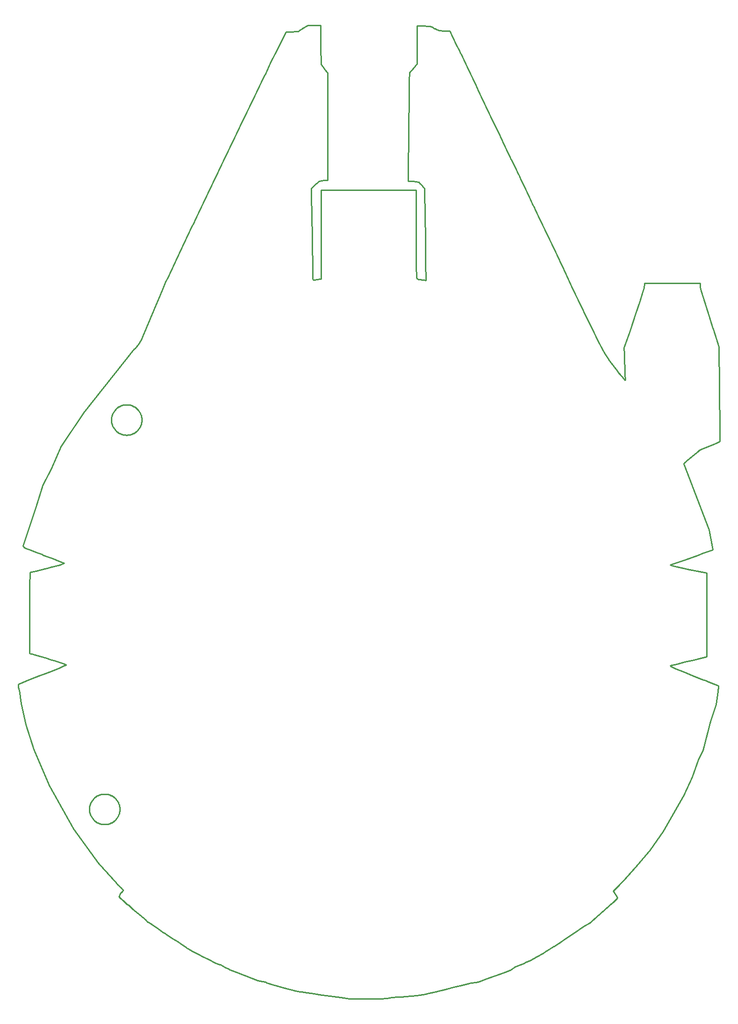
<source format=gbr>
G04 EAGLE Gerber RS-274X export*
G75*
%MOMM*%
%FSLAX34Y34*%
%LPD*%
%IN*%
%IPPOS*%
%AMOC8*
5,1,8,0,0,1.08239X$1,22.5*%
G01*
%ADD10C,0.254000*%


D10*
X722Y569256D02*
X1040Y565635D01*
X1921Y560942D01*
X2141Y560157D01*
X5712Y535014D01*
X14420Y497417D01*
X28680Y452580D01*
X56565Y387541D01*
X100495Y308486D01*
X145086Y246602D01*
X178059Y210352D01*
X179673Y208737D01*
X186522Y201766D01*
X190435Y197560D01*
X190582Y197339D01*
X190607Y197217D01*
X189677Y195970D01*
X186619Y193401D01*
X185617Y192594D01*
X184932Y191591D01*
X182706Y185819D01*
X182877Y185525D01*
X182999Y185305D01*
X183660Y184571D01*
X185812Y182541D01*
X190142Y178725D01*
X195621Y173931D01*
X197455Y172341D01*
X200146Y170017D01*
X208291Y163071D01*
X220766Y152504D01*
X231137Y143845D01*
X234488Y140225D01*
X235613Y140225D01*
X241239Y136776D01*
X241239Y136556D01*
X241655Y135895D01*
X244468Y133719D01*
X251830Y128680D01*
X262471Y121586D01*
X266042Y119213D01*
X269369Y116988D01*
X279446Y110310D01*
X289108Y103950D01*
X295174Y100037D01*
X297449Y98643D01*
X297742Y98520D01*
X305692Y93530D01*
X305667Y93334D01*
X305716Y92723D01*
X307771Y91255D01*
X314546Y87660D01*
X325187Y82181D01*
X328733Y80346D01*
X332794Y78243D01*
X345097Y71981D01*
X356006Y66673D01*
X362611Y63885D01*
X365179Y63053D01*
X366060Y63053D01*
X374816Y57599D01*
X380711Y55104D01*
X383450Y53954D01*
X392281Y50358D01*
X407739Y44170D01*
X422905Y38250D01*
X431221Y35046D01*
X433569Y34190D01*
X434083Y34019D01*
X437728Y32967D01*
X437801Y32991D01*
X447732Y31206D01*
X450347Y30178D01*
X461673Y26681D01*
X482416Y20761D01*
X502082Y15649D01*
X510080Y13448D01*
X512745Y13448D01*
X523119Y11980D01*
X523191Y11980D01*
X529476Y11075D01*
X541144Y9461D01*
X543908Y9069D01*
X550634Y8140D01*
X570887Y5327D01*
X584367Y3517D01*
X589137Y3003D01*
X589822Y3077D01*
X589994Y3174D01*
X598920Y728D01*
X614772Y1071D01*
X615845Y1095D01*
X625169Y1169D01*
X636887Y1242D01*
X643433Y1242D01*
X656278Y1364D01*
X666900Y1731D01*
X672842Y2514D01*
X675213Y3321D01*
X675844Y3786D01*
X675872Y3762D01*
X678640Y3835D01*
X685046Y4104D01*
X692458Y4495D01*
X696859Y4789D01*
X698225Y4887D01*
X701430Y5156D01*
X721268Y7406D01*
X738319Y9828D01*
X740154Y10195D01*
X755708Y14084D01*
X756465Y14084D01*
X758747Y14769D01*
X766105Y16530D01*
X776352Y19049D01*
X787993Y21935D01*
X799616Y24822D01*
X809769Y27390D01*
X816956Y29249D01*
X819675Y29934D01*
X819774Y30007D01*
X828989Y30497D01*
X832492Y31768D01*
X835328Y32771D01*
X845333Y36367D01*
X862992Y42776D01*
X879723Y48890D01*
X888163Y52046D01*
X889773Y52657D01*
X890463Y52951D01*
X893249Y54247D01*
X893249Y54664D01*
X899047Y58968D01*
X899096Y58870D01*
X905039Y60900D01*
X914358Y64692D01*
X916116Y65474D01*
X918785Y66697D01*
X926738Y70660D01*
X938843Y77093D01*
X950002Y83404D01*
X955967Y87024D01*
X957702Y88223D01*
X969443Y95805D01*
X970128Y95805D01*
X972256Y97322D01*
X977684Y100869D01*
X979203Y101895D01*
X980425Y102752D01*
X990894Y109919D01*
X1004027Y118847D01*
X1006575Y120559D01*
X1009117Y122296D01*
X1019708Y129536D01*
X1025262Y133352D01*
X1025312Y133376D01*
X1034653Y137950D01*
X1042016Y144701D01*
X1043945Y146486D01*
X1057160Y158448D01*
X1073174Y172732D01*
X1076533Y175692D01*
X1078165Y177160D01*
X1083012Y181636D01*
X1084378Y183348D01*
X1084360Y183470D01*
X1084283Y183715D01*
X1082326Y187360D01*
X1079436Y192227D01*
X1078900Y193059D01*
X1077142Y195823D01*
X1086997Y205779D01*
X1099720Y219109D01*
X1119801Y242224D01*
X1143674Y270597D01*
X1167203Y303815D01*
X1204286Y369661D01*
X1220133Y402022D01*
X1230949Y433625D01*
X1239583Y450966D01*
X1253302Y503044D01*
X1263185Y533742D01*
X1266197Y557123D01*
X1267319Y566127D01*
X1267004Y567321D01*
X1266927Y567398D01*
X1260178Y570261D01*
X1247437Y575324D01*
X1244375Y576496D01*
X1238749Y578674D01*
X1221968Y585301D01*
X1203673Y592664D01*
X1190147Y598317D01*
X1183786Y601126D01*
X1182099Y601983D01*
X1181585Y602231D01*
X1179895Y603597D01*
X1180242Y603795D01*
X1183154Y604652D01*
X1191635Y606825D01*
X1206486Y610400D01*
X1223217Y614363D01*
X1228821Y615657D01*
X1245845Y619643D01*
X1245845Y771543D01*
X1219570Y776827D01*
X1214827Y777778D01*
X1200593Y780713D01*
X1188605Y783306D01*
X1182271Y784974D01*
X1180368Y785704D01*
X1180292Y785948D01*
X1180264Y786051D01*
X1181757Y786732D01*
X1189169Y789469D01*
X1206752Y795609D01*
X1230728Y803928D01*
X1238726Y806687D01*
X1241125Y807548D01*
X1248338Y810064D01*
X1253672Y812047D01*
X1256088Y813125D01*
X1256828Y813639D01*
X1257022Y813860D01*
X1250759Y849572D01*
X1204209Y969105D01*
X1204209Y969133D01*
X1206463Y971062D01*
X1212577Y976269D01*
X1221580Y983956D01*
X1229822Y990972D01*
X1232563Y993298D01*
X1235913Y994718D01*
X1245989Y998925D01*
X1257243Y1003650D01*
X1265146Y1006972D01*
X1268275Y1008271D01*
X1268518Y1008361D01*
X1270060Y1009321D01*
X1269866Y1023090D01*
X1269839Y1025002D01*
X1269718Y1034123D01*
X1269519Y1053888D01*
X1269276Y1079640D01*
X1269059Y1101313D01*
X1269010Y1108531D01*
X1268320Y1180175D01*
X1258658Y1210161D01*
X1256562Y1216694D01*
X1250245Y1236288D01*
X1244326Y1254904D01*
X1240164Y1268429D01*
X1237725Y1276567D01*
X1236968Y1279286D01*
X1236301Y1281558D01*
X1234493Y1288434D01*
X1234006Y1291860D01*
X1234006Y1295773D01*
X1133570Y1295773D01*
X1133354Y1293258D01*
X1133304Y1292910D01*
X1132840Y1288925D01*
X1132813Y1288627D01*
X1132547Y1286995D01*
X1130491Y1279507D01*
X1125130Y1262410D01*
X1116965Y1237875D01*
X1108845Y1214296D01*
X1106100Y1206442D01*
X1096465Y1178877D01*
X1096835Y1167525D01*
X1096902Y1164621D01*
X1097222Y1155811D01*
X1097786Y1141452D01*
X1098273Y1128706D01*
X1098543Y1122692D01*
X1098593Y1121885D01*
X1098593Y1121637D01*
X1098494Y1120100D01*
X1098372Y1120149D01*
X1094729Y1124229D01*
X1089517Y1130451D01*
X1088638Y1131547D01*
X1087340Y1133161D01*
X1083526Y1138025D01*
X1077408Y1145929D01*
X1071813Y1153269D01*
X1068923Y1157105D01*
X1068260Y1158039D01*
X1067922Y1158503D01*
X1063201Y1165843D01*
X1062782Y1166551D01*
X1061366Y1168922D01*
X1057327Y1176118D01*
X1049843Y1190495D01*
X1038423Y1213732D01*
X1025361Y1240788D01*
X1021051Y1249787D01*
X1018486Y1255120D01*
X1003468Y1286549D01*
X985173Y1325029D01*
X980966Y1333857D01*
X978180Y1339682D01*
X969857Y1357170D01*
X957238Y1383658D01*
X944641Y1410100D01*
X936350Y1427467D01*
X933609Y1433238D01*
X931233Y1438228D01*
X924096Y1453201D01*
X915629Y1470933D01*
X909150Y1484553D01*
X906188Y1490816D01*
X905580Y1492087D01*
X904939Y1493385D01*
X899655Y1504467D01*
X893055Y1518263D01*
X891784Y1520928D01*
X890490Y1523624D01*
X886473Y1532032D01*
X878943Y1547835D01*
X870161Y1566252D01*
X863407Y1580440D01*
X861157Y1585138D01*
X858709Y1590273D01*
X833105Y1643915D01*
X830558Y1649271D01*
X827745Y1655119D01*
X814296Y1683220D01*
X802064Y1708806D01*
X799887Y1713355D01*
X798782Y1715632D01*
X792691Y1728251D01*
X787236Y1739477D01*
X786479Y1741019D01*
X780974Y1752272D01*
X771118Y1752272D01*
X762119Y1752985D01*
X755979Y1755135D01*
X754784Y1755866D01*
X753580Y1756605D01*
X749960Y1758684D01*
X746024Y1760149D01*
X740961Y1760762D01*
X734753Y1760906D01*
X732692Y1760933D01*
X721732Y1761078D01*
X721732Y1692445D01*
X714933Y1684519D01*
X708157Y1676566D01*
X708112Y1674460D01*
X708112Y1672486D01*
X708013Y1666539D01*
X707769Y1646553D01*
X707399Y1617473D01*
X707084Y1591157D01*
X706985Y1582370D01*
X706863Y1573515D01*
X706547Y1546955D01*
X706178Y1517014D01*
X705934Y1495712D01*
X705858Y1488570D01*
X705858Y1479910D01*
X714176Y1479910D01*
X720731Y1479612D01*
X724324Y1478764D01*
X724793Y1478494D01*
X725208Y1478250D01*
X727386Y1476339D01*
X730929Y1472155D01*
X732056Y1470784D01*
X735600Y1466334D01*
X735799Y1459752D01*
X735848Y1458115D01*
X735997Y1449653D01*
X736290Y1431159D01*
X736628Y1407115D01*
X736899Y1386985D01*
X736998Y1380258D01*
X737074Y1372968D01*
X737363Y1351079D01*
X737656Y1325638D01*
X737832Y1307635D01*
X737881Y1300791D01*
X737854Y1300764D01*
X737832Y1300737D01*
X733968Y1301301D01*
X733377Y1301395D01*
X732764Y1301522D01*
X726141Y1302599D01*
X725695Y1302649D01*
X724915Y1302743D01*
X722003Y1303677D01*
X721908Y1303871D01*
X721511Y1304601D01*
X721002Y1308929D01*
X720461Y1323167D01*
X720190Y1351643D01*
X720122Y1387521D01*
X720122Y1464355D01*
X548263Y1464355D01*
X548263Y1303208D01*
X547555Y1303064D01*
X546992Y1302937D01*
X541072Y1301986D01*
X536717Y1301278D01*
X533759Y1301278D01*
X533561Y1303965D01*
X533466Y1305115D01*
X533268Y1312261D01*
X532903Y1331021D01*
X532461Y1361277D01*
X532023Y1393369D01*
X531902Y1404058D01*
X531095Y1467407D01*
X533903Y1470297D01*
X535202Y1471618D01*
X544985Y1479860D01*
X545648Y1480176D01*
X548092Y1481379D01*
X554183Y1481496D01*
X560274Y1481600D01*
X560274Y1578776D01*
X560247Y1675908D01*
X554304Y1683734D01*
X548335Y1691538D01*
X547992Y1723116D01*
X547947Y1727467D01*
X547677Y1746497D01*
X547456Y1757800D01*
X547433Y1758291D01*
X547235Y1761907D01*
X539751Y1762110D01*
X537452Y1762178D01*
X529625Y1762277D01*
X525468Y1762110D01*
X525026Y1762006D01*
X524390Y1761885D01*
X521086Y1760491D01*
X516735Y1757606D01*
X515585Y1756722D01*
X514386Y1755848D01*
X510743Y1753300D01*
X506753Y1751488D01*
X501690Y1750807D01*
X495649Y1750654D01*
X484567Y1750654D01*
X470455Y1721696D01*
X468499Y1717737D01*
X457444Y1695015D01*
X447367Y1674343D01*
X445947Y1671381D01*
X442815Y1665001D01*
X425644Y1629560D01*
X406859Y1590692D01*
X402970Y1582573D01*
X399447Y1575282D01*
X363736Y1500964D01*
X360238Y1493651D01*
X356349Y1485581D01*
X337759Y1446691D01*
X320832Y1411105D01*
X317775Y1404649D01*
X314155Y1397039D01*
X293608Y1353744D01*
X271252Y1306783D01*
X266751Y1297338D01*
X262202Y1286626D01*
X240750Y1236094D01*
X222967Y1194314D01*
X220276Y1187975D01*
X218222Y1185509D01*
X211985Y1178169D01*
X209784Y1176118D01*
X209661Y1176136D01*
X119598Y1061611D01*
X77331Y1000440D01*
X60650Y961527D01*
X45093Y929823D01*
X32863Y892033D01*
X9479Y821001D01*
X9430Y820465D01*
X10629Y817773D01*
X10995Y817552D01*
X11534Y817282D01*
X14860Y815911D01*
X22590Y812854D01*
X33230Y808747D01*
X42696Y805172D01*
X45876Y803977D01*
X50034Y802386D01*
X62582Y797521D01*
X74152Y792994D01*
X80951Y790181D01*
X83300Y789131D01*
X83471Y788955D01*
X76426Y786146D01*
X58375Y781471D01*
X53189Y780253D01*
X48713Y779225D01*
X32472Y775312D01*
X23959Y773058D01*
X23348Y772837D01*
X21562Y772228D01*
X21342Y747472D01*
X21220Y735317D01*
X20926Y698798D01*
X20682Y660467D01*
X20584Y635323D01*
X20584Y626275D01*
X20657Y626198D01*
X20682Y626175D01*
X23275Y625364D01*
X23666Y625274D01*
X24889Y624976D01*
X29977Y623529D01*
X39956Y620671D01*
X51110Y617393D01*
X58497Y615170D01*
X60968Y614408D01*
X65174Y613114D01*
X80242Y608146D01*
X86896Y605946D01*
X86896Y604823D01*
X84009Y603646D01*
X75277Y599931D01*
X60601Y594057D01*
X45068Y587970D01*
X39883Y585964D01*
X35040Y584102D01*
X20559Y578453D01*
X8696Y573660D01*
X2655Y570897D01*
X918Y569819D01*
X820Y569499D01*
X722Y569256D01*
X184280Y343260D02*
X184205Y341822D01*
X184054Y340389D01*
X183829Y338967D01*
X183529Y337558D01*
X183157Y336167D01*
X182712Y334797D01*
X182195Y333453D01*
X181610Y332137D01*
X180956Y330854D01*
X180236Y329606D01*
X179451Y328399D01*
X178605Y327233D01*
X177698Y326114D01*
X176735Y325044D01*
X175716Y324025D01*
X174646Y323062D01*
X173527Y322155D01*
X172362Y321309D01*
X171154Y320524D01*
X169906Y319804D01*
X168623Y319150D01*
X167307Y318565D01*
X165963Y318048D01*
X164593Y317603D01*
X163202Y317231D01*
X161793Y316931D01*
X160371Y316706D01*
X158938Y316555D01*
X157500Y316480D01*
X156060Y316480D01*
X154622Y316555D01*
X153189Y316706D01*
X151767Y316931D01*
X150358Y317231D01*
X148967Y317603D01*
X147597Y318048D01*
X146253Y318565D01*
X144937Y319150D01*
X143654Y319804D01*
X142406Y320524D01*
X141199Y321309D01*
X140033Y322155D01*
X138914Y323062D01*
X137844Y324025D01*
X136825Y325044D01*
X135862Y326114D01*
X134955Y327233D01*
X134109Y328399D01*
X133324Y329606D01*
X132604Y330854D01*
X131950Y332137D01*
X131365Y333453D01*
X130848Y334797D01*
X130403Y336167D01*
X130031Y337558D01*
X129731Y338967D01*
X129506Y340389D01*
X129355Y341822D01*
X129280Y343260D01*
X129280Y344700D01*
X129355Y346138D01*
X129506Y347571D01*
X129731Y348993D01*
X130031Y350402D01*
X130403Y351793D01*
X130848Y353163D01*
X131365Y354507D01*
X131950Y355823D01*
X132604Y357106D01*
X133324Y358354D01*
X134109Y359562D01*
X134955Y360727D01*
X135862Y361846D01*
X136825Y362916D01*
X137844Y363935D01*
X138914Y364898D01*
X140033Y365805D01*
X141199Y366651D01*
X142406Y367436D01*
X143654Y368156D01*
X144937Y368810D01*
X146253Y369395D01*
X147597Y369912D01*
X148967Y370357D01*
X150358Y370729D01*
X151767Y371029D01*
X153189Y371254D01*
X154622Y371405D01*
X156060Y371480D01*
X157500Y371480D01*
X158938Y371405D01*
X160371Y371254D01*
X161793Y371029D01*
X163202Y370729D01*
X164593Y370357D01*
X165963Y369912D01*
X167307Y369395D01*
X168623Y368810D01*
X169906Y368156D01*
X171154Y367436D01*
X172362Y366651D01*
X173527Y365805D01*
X174646Y364898D01*
X175716Y363935D01*
X176735Y362916D01*
X177698Y361846D01*
X178605Y360727D01*
X179451Y359562D01*
X180236Y358354D01*
X180956Y357106D01*
X181610Y355823D01*
X182195Y354507D01*
X182712Y353163D01*
X183157Y351793D01*
X183529Y350402D01*
X183829Y348993D01*
X184054Y347571D01*
X184205Y346138D01*
X184280Y344700D01*
X184280Y343260D01*
X224060Y1047600D02*
X223985Y1046162D01*
X223834Y1044729D01*
X223609Y1043307D01*
X223309Y1041898D01*
X222937Y1040507D01*
X222492Y1039137D01*
X221975Y1037793D01*
X221390Y1036477D01*
X220736Y1035194D01*
X220016Y1033946D01*
X219231Y1032739D01*
X218385Y1031573D01*
X217478Y1030454D01*
X216515Y1029384D01*
X215496Y1028365D01*
X214426Y1027402D01*
X213307Y1026495D01*
X212142Y1025649D01*
X210934Y1024864D01*
X209686Y1024144D01*
X208403Y1023490D01*
X207087Y1022905D01*
X205743Y1022388D01*
X204373Y1021943D01*
X202982Y1021571D01*
X201573Y1021271D01*
X200151Y1021046D01*
X198718Y1020895D01*
X197280Y1020820D01*
X195840Y1020820D01*
X194402Y1020895D01*
X192969Y1021046D01*
X191547Y1021271D01*
X190138Y1021571D01*
X188747Y1021943D01*
X187377Y1022388D01*
X186033Y1022905D01*
X184717Y1023490D01*
X183434Y1024144D01*
X182186Y1024864D01*
X180979Y1025649D01*
X179813Y1026495D01*
X178694Y1027402D01*
X177624Y1028365D01*
X176605Y1029384D01*
X175642Y1030454D01*
X174735Y1031573D01*
X173889Y1032739D01*
X173104Y1033946D01*
X172384Y1035194D01*
X171730Y1036477D01*
X171145Y1037793D01*
X170628Y1039137D01*
X170183Y1040507D01*
X169811Y1041898D01*
X169511Y1043307D01*
X169286Y1044729D01*
X169135Y1046162D01*
X169060Y1047600D01*
X169060Y1049040D01*
X169135Y1050478D01*
X169286Y1051911D01*
X169511Y1053333D01*
X169811Y1054742D01*
X170183Y1056133D01*
X170628Y1057503D01*
X171145Y1058847D01*
X171730Y1060163D01*
X172384Y1061446D01*
X173104Y1062694D01*
X173889Y1063902D01*
X174735Y1065067D01*
X175642Y1066186D01*
X176605Y1067256D01*
X177624Y1068275D01*
X178694Y1069238D01*
X179813Y1070145D01*
X180979Y1070991D01*
X182186Y1071776D01*
X183434Y1072496D01*
X184717Y1073150D01*
X186033Y1073735D01*
X187377Y1074252D01*
X188747Y1074697D01*
X190138Y1075069D01*
X191547Y1075369D01*
X192969Y1075594D01*
X194402Y1075745D01*
X195840Y1075820D01*
X197280Y1075820D01*
X198718Y1075745D01*
X200151Y1075594D01*
X201573Y1075369D01*
X202982Y1075069D01*
X204373Y1074697D01*
X205743Y1074252D01*
X207087Y1073735D01*
X208403Y1073150D01*
X209686Y1072496D01*
X210934Y1071776D01*
X212142Y1070991D01*
X213307Y1070145D01*
X214426Y1069238D01*
X215496Y1068275D01*
X216515Y1067256D01*
X217478Y1066186D01*
X218385Y1065067D01*
X219231Y1063902D01*
X220016Y1062694D01*
X220736Y1061446D01*
X221390Y1060163D01*
X221975Y1058847D01*
X222492Y1057503D01*
X222937Y1056133D01*
X223309Y1054742D01*
X223609Y1053333D01*
X223834Y1051911D01*
X223985Y1050478D01*
X224060Y1049040D01*
X224060Y1047600D01*
M02*

</source>
